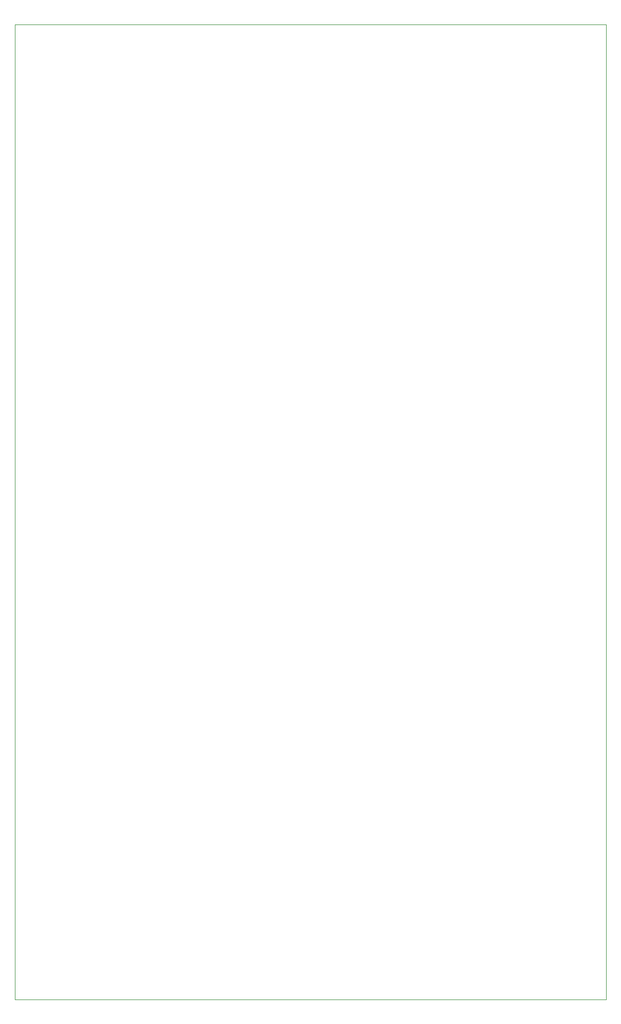
<source format=gm1>
G04 #@! TF.GenerationSoftware,KiCad,Pcbnew,7.0.0-rc2-unknown-92a61b187f~165~ubuntu22.04.1*
G04 #@! TF.CreationDate,2023-02-10T21:55:45-05:00*
G04 #@! TF.ProjectId,dualvca_b1,6475616c-7663-4615-9f62-312e6b696361,rev?*
G04 #@! TF.SameCoordinates,Original*
G04 #@! TF.FileFunction,Profile,NP*
%FSLAX46Y46*%
G04 Gerber Fmt 4.6, Leading zero omitted, Abs format (unit mm)*
G04 Created by KiCad (PCBNEW 7.0.0-rc2-unknown-92a61b187f~165~ubuntu22.04.1) date 2023-02-10 21:55:45*
%MOMM*%
%LPD*%
G01*
G04 APERTURE LIST*
G04 #@! TA.AperFunction,Profile*
%ADD10C,0.100000*%
G04 #@! TD*
G04 APERTURE END LIST*
D10*
X103000000Y-177500000D02*
X103000000Y-22500000D01*
X197000000Y-177500000D02*
X103000000Y-177500000D01*
X103000000Y-22500000D02*
X197000000Y-22500000D01*
X197000000Y-22500000D02*
X197000000Y-177500000D01*
X103000000Y-22500000D02*
X103000000Y-22500000D01*
M02*

</source>
